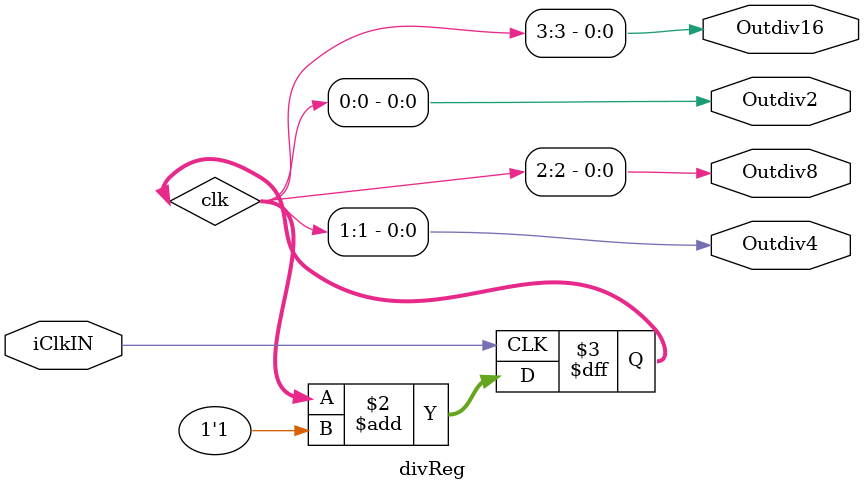
<source format=v>
/*
	Ivan I. Ovchinnikov
	last upd.: 2016.02.10
*/

module divReg
(
	input iClkIN,			// whatever clock
	output Outdiv2,			// divided by 2 
	output Outdiv4,			// divided by 4
	output Outdiv8,			// divided by 8
	output Outdiv16			// divided by 16
);

reg [3:0] clk;

always @(posedge iClkIN)	
clk<=clk+1'b1;				// always count 4-digit binary: 0..15

assign Outdiv2 = clk[0];	// asyncronous outputs
assign Outdiv4 = clk[1];
assign Outdiv8 = clk[2];
assign Outdiv16 = clk[3];
endmodule 
</source>
